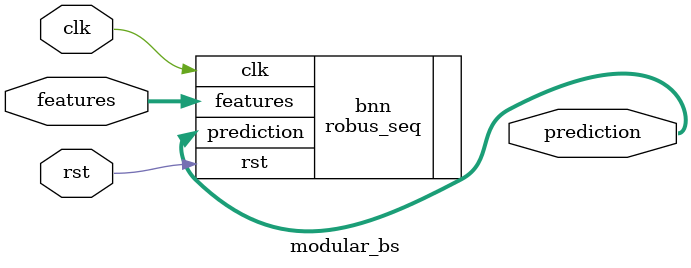
<source format=v>
`ifndef DUTNAME
`define DUTNAME modular_bs
parameter FEAT_CNT = 4;
parameter FEAT_BITS = 4;
parameter HIDDEN_CNT = 4;
parameter CLASS_CNT = 4;
`define WEIGHTS0 0
`define WEIGHTS1 0
`else
    `include `BSTRINGS
`endif
module `DUTNAME #(
`ifdef PARAMS
`include `PARAMS
`endif
  ) (
  input clk,
  input rst,
  input [FEAT_CNT*FEAT_BITS-1:0] features,
  output [$clog2(CLASS_CNT)-1:0] prediction
  );

  localparam Weights0 = `WEIGHTS0 ;
  localparam Weights1 = `WEIGHTS1 ;

  robus_seq #(.FEAT_CNT(FEAT_CNT),.FEAT_BITS(FEAT_BITS),.HIDDEN_CNT(HIDDEN_CNT),.CLASS_CNT(CLASS_CNT),.Weights0(Weights0),.Weights1(Weights1)) bnn (
    .clk(clk),
    .rst(rst),
    .features(features),
    .prediction(prediction)
  );

endmodule

</source>
